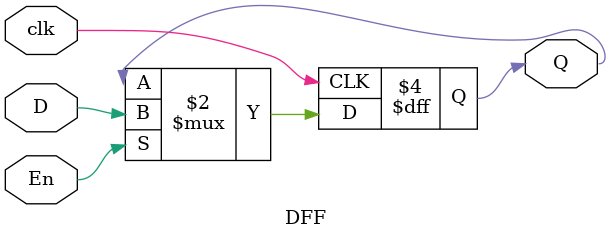
<source format=v>
`timescale 1ns / 1ps

/*
module NOR(
    input in1,
    input in2,
    output out
    );
	
	buf#(3,2) (out,~(in1 | in2));

endmodule

module DNlatch_NOR(
    input En,
    input D,
    output Q,
    output not_Q
    );
	 
	 wire not_D,A,B ;
	 
	 NOR n1(D,D,not_D);	 
	 NOR n2(D,En,A);
	 NOR n3(not_D,En,B);
	 NOR n4(A,not_Q,Q);
	 NOR n5(B,Q,not_Q);


endmodule

module Dlatch_NAND(
    input En,
    input D,
    output Q,
	 output not_Q
    );
	 
	 wire not_D,A,B ;
	 
	 NAND n1(D,D,not_D);
	 NAND n2(D,En,A);
	 NAND n3(not_D,En,B);
	 NAND n4(A,not_Q,Q);
	 NAND n5(B,Q,not_Q);	  
		
		

endmodule
*/

module DFF(
    input clk,
	 input En,
    input D,
    output reg Q
    );
	 /*
	wire D2;
	DNlatch_NOR dn1(clk,D,D2,);
   Dlatch_NAND d1((clk & En),D2,Q,); 
  */
  
  always@(posedge clk)
  begin
  if(En)
	Q <= D ;
	
	
	
  end

endmodule



</source>
